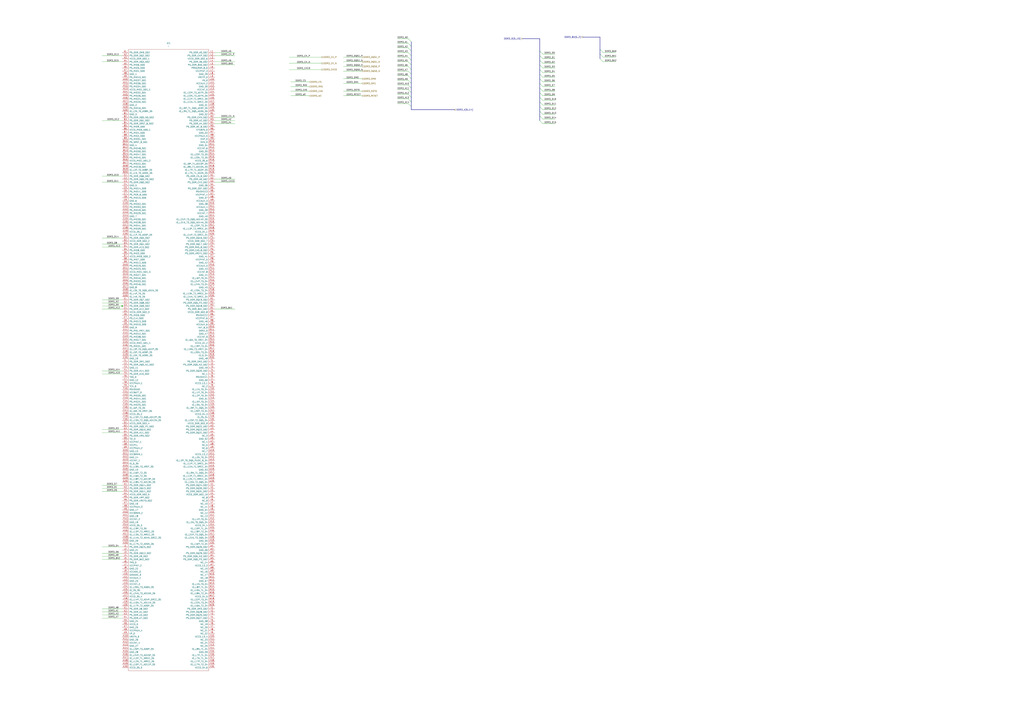
<source format=kicad_sch>
(kicad_sch (version 20211123) (generator eeschema)
  (paper "A1")
  (lib_symbols
    (symbol "XC7Z010-1CLG400C:XC7Z010-1CLG400C" (pin_names (offset 0.762))
      (property "Reference" "IC" (at 72.39 7.62 0))
      (property "Value" "XC7Z010-1CLG400C" (at 72.39 5.08 0))
      (symbol "XC7Z010-1CLG400C_0_0"
        (pin passive line (at 0 0 0) (length 5.08) (name "PS_DDR_DM0_502") (number "A1"))
        (pin passive line (at 0 -22.86 0) (length 5.08) (name "PS_MIO37_501") (number "A10"))
        (pin passive line (at 0 -25.4 0) (length 5.08) (name "PS_MIO36_501") (number "A11"))
        (pin passive line (at 0 -27.94 0) (length 5.08) (name "PS_MIO34_501") (number "A12"))
        (pin passive line (at 0 -30.48 0) (length 5.08) (name "VCCO_MIO1_501_1") (number "A13"))
        (pin passive line (at 0 -33.02 0) (length 5.08) (name "PS_MIO32_501") (number "A14"))
        (pin passive line (at 0 -35.56 0) (length 5.08) (name "PS_MIO26_501") (number "A15"))
        (pin passive line (at 0 -38.1 0) (length 5.08) (name "PS_MIO24_501") (number "A16"))
        (pin passive line (at 0 -40.64 0) (length 5.08) (name "PS_MIO20_501") (number "A17"))
        (pin passive line (at 0 -43.18 0) (length 5.08) (name "GND_2") (number "A18"))
        (pin passive line (at 0 -45.72 0) (length 5.08) (name "PS_MIO16_501") (number "A19"))
        (pin passive line (at 0 -2.54 0) (length 5.08) (name "PS_DDR_DQ2_502") (number "A2"))
        (pin passive line (at 0 -48.26 0) (length 5.08) (name "IO_L2N_T0_AD8N_35") (number "A20"))
        (pin passive line (at 0 -5.08 0) (length 5.08) (name "VCCO_DDR_502_1") (number "A3"))
        (pin passive line (at 0 -7.62 0) (length 5.08) (name "PS_DDR_DQ3_502") (number "A4"))
        (pin passive line (at 0 -10.16 0) (length 5.08) (name "PS_MIO6_500") (number "A5"))
        (pin passive line (at 0 -12.7 0) (length 5.08) (name "PS_MIO5_500") (number "A6"))
        (pin passive line (at 0 -15.24 0) (length 5.08) (name "PS_MIO1_500") (number "A7"))
        (pin passive line (at 0 -17.78 0) (length 5.08) (name "GND_1") (number "A8"))
        (pin passive line (at 0 -20.32 0) (length 5.08) (name "PS_MIO43_501") (number "A9"))
        (pin passive line (at 0 -50.8 0) (length 5.08) (name "GND_3") (number "B1"))
        (pin passive line (at 0 -73.66 0) (length 5.08) (name "PS_SRST_B_501") (number "B10"))
        (pin passive line (at 0 -76.2 0) (length 5.08) (name "GND_4") (number "B11"))
        (pin passive line (at 0 -78.74 0) (length 5.08) (name "PS_MIO48_501") (number "B12"))
        (pin passive line (at 0 -81.28 0) (length 5.08) (name "PS_MIO50_501") (number "B13"))
        (pin passive line (at 0 -83.82 0) (length 5.08) (name "PS_MIO47_501") (number "B14"))
        (pin passive line (at 0 -86.36 0) (length 5.08) (name "PS_MIO45_501") (number "B15"))
        (pin passive line (at 0 -88.9 0) (length 5.08) (name "VCCO_MIO1_501_2") (number "B16"))
        (pin passive line (at 0 -91.44 0) (length 5.08) (name "PS_MIO22_501") (number "B17"))
        (pin passive line (at 0 -93.98 0) (length 5.08) (name "PS_MIO18_501") (number "B18"))
        (pin passive line (at 0 -96.52 0) (length 5.08) (name "IO_L2P_T0_AD8P_35") (number "B19"))
        (pin passive line (at 0 -53.34 0) (length 5.08) (name "PS_DDR_DQS_N0_502") (number "B2"))
        (pin passive line (at 0 -99.06 0) (length 5.08) (name "IO_L1N_T0_AD0N_35") (number "B20"))
        (pin passive line (at 0 -55.88 0) (length 5.08) (name "PS_DDR_DQ1_502") (number "B3"))
        (pin passive line (at 0 -58.42 0) (length 5.08) (name "PS_DDR_DRST_B_502") (number "B4"))
        (pin passive line (at 0 -60.96 0) (length 5.08) (name "PS_MIO9_500") (number "B5"))
        (pin passive line (at 0 -63.5 0) (length 5.08) (name "VCCO_MIO0_500_1") (number "B6"))
        (pin passive line (at 0 -66.04 0) (length 5.08) (name "PS_MIO4_500") (number "B7"))
        (pin passive line (at 0 -68.58 0) (length 5.08) (name "PS_MIO2_500") (number "B8"))
        (pin passive line (at 0 -71.12 0) (length 5.08) (name "PS_MIO51_501") (number "B9"))
        (pin passive line (at 0 -101.6 0) (length 5.08) (name "PS_DDR_DQ6_502") (number "C1"))
        (pin passive line (at 0 -124.46 0) (length 5.08) (name "PS_MIO52_501") (number "C10"))
        (pin passive line (at 0 -127 0) (length 5.08) (name "PS_MIO53_501") (number "C11"))
        (pin passive line (at 0 -129.54 0) (length 5.08) (name "PS_MIO49_501") (number "C12"))
        (pin passive line (at 0 -132.08 0) (length 5.08) (name "PS_MIO29_501") (number "C13"))
        (pin passive line (at 0 -134.62 0) (length 5.08) (name "GND_7") (number "C14"))
        (pin passive line (at 0 -137.16 0) (length 5.08) (name "PS_MIO30_501") (number "C15"))
        (pin passive line (at 0 -139.7 0) (length 5.08) (name "PS_MIO28_501") (number "C16"))
        (pin passive line (at 0 -142.24 0) (length 5.08) (name "PS_MIO41_501") (number "C17"))
        (pin passive line (at 0 -144.78 0) (length 5.08) (name "PS_MIO39_501") (number "C18"))
        (pin passive line (at 0 -147.32 0) (length 5.08) (name "VCCO_35_1") (number "C19"))
        (pin passive line (at 0 -104.14 0) (length 5.08) (name "PS_DDR_DQS_P0_502") (number "C2"))
        (pin passive line (at 0 -149.86 0) (length 5.08) (name "IO_L1P_T0_AD0P_35") (number "C20"))
        (pin passive line (at 0 -106.68 0) (length 5.08) (name "PS_DDR_DQ0_502") (number "C3"))
        (pin passive line (at 0 -109.22 0) (length 5.08) (name "GND_5") (number "C4"))
        (pin passive line (at 0 -111.76 0) (length 5.08) (name "PS_MIO14_500") (number "C5"))
        (pin passive line (at 0 -114.3 0) (length 5.08) (name "PS_MIO11_500") (number "C6"))
        (pin passive line (at 0 -116.84 0) (length 5.08) (name "PS_POR_B_500") (number "C7"))
        (pin passive line (at 0 -119.38 0) (length 5.08) (name "PS_MIO15_500") (number "C8"))
        (pin passive line (at 0 -121.92 0) (length 5.08) (name "GND_6") (number "C9"))
        (pin passive line (at 0 -152.4 0) (length 5.08) (name "PS_DDR_DQ5_502") (number "D1"))
        (pin passive line (at 0 -175.26 0) (length 5.08) (name "PS_MIO19_501") (number "D10"))
        (pin passive line (at 0 -177.8 0) (length 5.08) (name "PS_MIO23_501") (number "D11"))
        (pin passive line (at 0 -180.34 0) (length 5.08) (name "VCCO_MIO1_501_3") (number "D12"))
        (pin passive line (at 0 -182.88 0) (length 5.08) (name "PS_MIO27_501") (number "D13"))
        (pin passive line (at 0 -185.42 0) (length 5.08) (name "PS_MIO40_501") (number "D14"))
        (pin passive line (at 0 -187.96 0) (length 5.08) (name "PS_MIO33_501") (number "D15"))
        (pin passive line (at 0 -190.5 0) (length 5.08) (name "PS_MIO46_501") (number "D16"))
        (pin passive line (at 0 -193.04 0) (length 5.08) (name "GND_8") (number "D17"))
        (pin passive line (at 0 -195.58 0) (length 5.08) (name "IO_L3N_T0_DQS_AD1N_35") (number "D18"))
        (pin passive line (at 0 -198.12 0) (length 5.08) (name "IO_L4P_T0_35") (number "D19"))
        (pin passive line (at 0 -154.94 0) (length 5.08) (name "VCCO_DDR_502_2") (number "D2"))
        (pin passive line (at 0 -200.66 0) (length 5.08) (name "IO_L4N_T0_35") (number "D20"))
        (pin passive line (at 0 -157.48 0) (length 5.08) (name "PS_DDR_DQ4_502") (number "D3"))
        (pin passive line (at 0 -160.02 0) (length 5.08) (name "PS_DDR_A13_502") (number "D4"))
        (pin passive line (at 0 -162.56 0) (length 5.08) (name "PS_MIO8_500") (number "D5"))
        (pin passive line (at 0 -165.1 0) (length 5.08) (name "PS_MIO3_500") (number "D6"))
        (pin passive line (at 0 -167.64 0) (length 5.08) (name "VCCO_MIO0_500_2") (number "D7"))
        (pin passive line (at 0 -170.18 0) (length 5.08) (name "PS_MIO7_500") (number "D8"))
        (pin passive line (at 0 -172.72 0) (length 5.08) (name "PS_MIO12_500") (number "D9"))
        (pin passive line (at 0 -203.2 0) (length 5.08) (name "PS_DDR_DQ7_502") (number "E1"))
        (pin passive line (at 0 -226.06 0) (length 5.08) (name "GND_9") (number "E10"))
        (pin passive line (at 0 -228.6 0) (length 5.08) (name "PS_MIO_VREF_501") (number "E11"))
        (pin passive line (at 0 -231.14 0) (length 5.08) (name "PS_MIO42_501") (number "E12"))
        (pin passive line (at 0 -233.68 0) (length 5.08) (name "PS_MIO38_501") (number "E13"))
        (pin passive line (at 0 -236.22 0) (length 5.08) (name "PS_MIO17_501") (number "E14"))
        (pin passive line (at 0 -238.76 0) (length 5.08) (name "VCCO_MIO1_501_4") (number "E15"))
        (pin passive line (at 0 -241.3 0) (length 5.08) (name "PS_MIO31_501") (number "E16"))
        (pin passive line (at 0 -243.84 0) (length 5.08) (name "IO_L3P_T0_DQS_AD1P_35") (number "E17"))
        (pin passive line (at 0 -246.38 0) (length 5.08) (name "IO_L5P_T0_AD9P_35") (number "E18"))
        (pin passive line (at 0 -248.92 0) (length 5.08) (name "IO_L5N_T0_AD9N_35") (number "E19"))
        (pin passive line (at 0 -205.74 0) (length 5.08) (name "PS_DDR_DQ8_502") (number "E2"))
        (pin passive line (at 0 -251.46 0) (length 5.08) (name "GND_10") (number "E20"))
        (pin passive line (at 0 -208.28 0) (length 5.08) (name "PS_DDR_DQ9_502") (number "E3"))
        (pin passive line (at 0 -210.82 0) (length 5.08) (name "PS_DDR_A12_502") (number "E4"))
        (pin passive line (at 0 -213.36 0) (length 5.08) (name "VCCO_DDR_502_3") (number "E5"))
        (pin passive line (at 0 -215.9 0) (length 5.08) (name "PS_MIO0_500") (number "E6"))
        (pin passive line (at 0 -218.44 0) (length 5.08) (name "PS_CLK_500") (number "E7"))
        (pin passive line (at 0 -220.98 0) (length 5.08) (name "PS_MIO13_500") (number "E8"))
        (pin passive line (at 0 -223.52 0) (length 5.08) (name "PS_MIO10_500") (number "E9"))
        (pin passive line (at 0 -254 0) (length 5.08) (name "PS_DDR_DM1_502") (number "F1"))
        (pin passive line (at 0 -276.86 0) (length 5.08) (name "RSVDGND") (number "F10"))
        (pin passive line (at 0 -279.4 0) (length 5.08) (name "VCCBATT_0") (number "F11"))
        (pin passive line (at 0 -281.94 0) (length 5.08) (name "PS_MIO35_501") (number "F12"))
        (pin passive line (at 0 -284.48 0) (length 5.08) (name "PS_MIO44_501") (number "F13"))
        (pin passive line (at 0 -287.02 0) (length 5.08) (name "PS_MIO21_501") (number "F14"))
        (pin passive line (at 0 -289.56 0) (length 5.08) (name "PS_MIO25_501") (number "F15"))
        (pin passive line (at 0 -292.1 0) (length 5.08) (name "IO_L6P_T0_35") (number "F16"))
        (pin passive line (at 0 -294.64 0) (length 5.08) (name "IO_L6N_T0_VREF_35") (number "F17"))
        (pin passive line (at 0 -297.18 0) (length 5.08) (name "VCCO_35_2") (number "F18"))
        (pin passive line (at 0 -299.72 0) (length 5.08) (name "IO_L15P_T2_DQS_AD12P_35") (number "F19"))
        (pin passive line (at 0 -256.54 0) (length 5.08) (name "PS_DDR_DQS_N1_502") (number "F2"))
        (pin passive line (at 0 -302.26 0) (length 5.08) (name "IO_L15N_T2_DQS_AD12N_35") (number "F20"))
        (pin passive line (at 0 -259.08 0) (length 5.08) (name "GND_11") (number "F3"))
        (pin passive line (at 0 -261.62 0) (length 5.08) (name "PS_DDR_A14_502") (number "F4"))
        (pin passive line (at 0 -264.16 0) (length 5.08) (name "PS_DDR_A10_502") (number "F5"))
        (pin passive line (at 0 -266.7 0) (length 5.08) (name "TDO_0") (number "F6"))
        (pin passive line (at 0 -269.24 0) (length 5.08) (name "GND_12") (number "F7"))
        (pin passive line (at 0 -271.78 0) (length 5.08) (name "VCCPAUX_1") (number "F8"))
        (pin passive line (at 0 -274.32 0) (length 5.08) (name "TCK_0") (number "F9"))
        (pin passive line (at 0 -304.8 0) (length 5.08) (name "VCCO_DDR_502_4") (number "G1"))
        (pin passive line (at 0 -327.66 0) (length 5.08) (name "GND_13") (number "G10"))
        (pin passive line (at 0 -330.2 0) (length 5.08) (name "VCCBRAM_1") (number "G11"))
        (pin passive line (at 0 -332.74 0) (length 5.08) (name "GND_14") (number "G12"))
        (pin passive line (at 0 -335.28 0) (length 5.08) (name "VCCINT_1") (number "G13"))
        (pin passive line (at 0 -337.82 0) (length 5.08) (name "IO_0_35") (number "G14"))
        (pin passive line (at 0 -340.36 0) (length 5.08) (name "IO_L19N_T3_VREF_35") (number "G15"))
        (pin passive line (at 0 -342.9 0) (length 5.08) (name "GND_15") (number "G16"))
        (pin passive line (at 0 -345.44 0) (length 5.08) (name "IO_L16P_T2_35") (number "G17"))
        (pin passive line (at 0 -347.98 0) (length 5.08) (name "IO_L16N_T2_35") (number "G18"))
        (pin passive line (at 0 -350.52 0) (length 5.08) (name "IO_L18P_T2_AD13P_35") (number "G19"))
        (pin passive line (at 0 -307.34 0) (length 5.08) (name "PS_DDR_DQS_P1_502") (number "G2"))
        (pin passive line (at 0 -353.06 0) (length 5.08) (name "IO_L18N_T2_AD13N_35") (number "G20"))
        (pin passive line (at 0 -309.88 0) (length 5.08) (name "PS_DDR_DQ10_502") (number "G3"))
        (pin passive line (at 0 -312.42 0) (length 5.08) (name "PS_DDR_A11_502") (number "G4"))
        (pin passive line (at 0 -314.96 0) (length 5.08) (name "PS_DDR_VRN_502") (number "G5"))
        (pin passive line (at 0 -317.5 0) (length 5.08) (name "TDI_0") (number "G6"))
        (pin passive line (at 0 -320.04 0) (length 5.08) (name "VCCPINT_1") (number "G7"))
        (pin passive line (at 0 -322.58 0) (length 5.08) (name "VCCPLL") (number "G8"))
        (pin passive line (at 0 -325.12 0) (length 5.08) (name "VCCPAUX_2") (number "G9"))
        (pin passive line (at 0 -355.6 0) (length 5.08) (name "PS_DDR_DQ14_502") (number "H1"))
        (pin passive line (at 0 -378.46 0) (length 5.08) (name "VCCBRAM_2") (number "H10"))
        (pin passive line (at 0 -381 0) (length 5.08) (name "GND_18") (number "H11"))
        (pin passive line (at 0 -383.54 0) (length 5.08) (name "VCCINT_2") (number "H12"))
        (pin passive line (at 0 -386.08 0) (length 5.08) (name "GND_19") (number "H13"))
        (pin passive line (at 0 -388.62 0) (length 5.08) (name "VCCO_35_3") (number "H14"))
        (pin passive line (at 0 -391.16 0) (length 5.08) (name "IO_L19P_T3_35") (number "H15"))
        (pin passive line (at 0 -393.7 0) (length 5.08) (name "IO_L13P_T2_MRCC_35") (number "H16"))
        (pin passive line (at 0 -396.24 0) (length 5.08) (name "IO_L13N_T2_MRCC_35") (number "H17"))
        (pin passive line (at 0 -398.78 0) (length 5.08) (name "IO_L14N_T2_AD4N_SRCC_35") (number "H18"))
        (pin passive line (at 0 -401.32 0) (length 5.08) (name "GND_20") (number "H19"))
        (pin passive line (at 0 -358.14 0) (length 5.08) (name "PS_DDR_DQ13_502") (number "H2"))
        (pin passive line (at 0 -403.86 0) (length 5.08) (name "IO_L17N_T2_AD5N_35") (number "H20"))
        (pin passive line (at 0 -360.68 0) (length 5.08) (name "PS_DDR_DQ11_502") (number "H3"))
        (pin passive line (at 0 -363.22 0) (length 5.08) (name "VCCO_DDR_502_5") (number "H4"))
        (pin passive line (at 0 -365.76 0) (length 5.08) (name "PS_DDR_VRP_502") (number "H5"))
        (pin passive line (at 0 -368.3 0) (length 5.08) (name "PS_DDR_VREF0_502") (number "H6"))
        (pin passive line (at 0 -370.84 0) (length 5.08) (name "GND_16") (number "H7"))
        (pin passive line (at 0 -373.38 0) (length 5.08) (name "VCCPAUX_3") (number "H8"))
        (pin passive line (at 0 -375.92 0) (length 5.08) (name "GND_17") (number "H9"))
        (pin passive line (at 0 -406.4 0) (length 5.08) (name "PS_DDR_DQ15_502") (number "J1"))
        (pin passive line (at 0 -429.26 0) (length 5.08) (name "GNDADC_0") (number "J10"))
        (pin passive line (at 0 -431.8 0) (length 5.08) (name "VCCAUX_1") (number "J11"))
        (pin passive line (at 0 -434.34 0) (length 5.08) (name "GND_23") (number "J12"))
        (pin passive line (at 0 -436.88 0) (length 5.08) (name "VCCINT_3") (number "J13"))
        (pin passive line (at 0 -439.42 0) (length 5.08) (name "IO_L20N_T3_AD6N_35") (number "J14"))
        (pin passive line (at 0 -441.96 0) (length 5.08) (name "IO_25_35") (number "J15"))
        (pin passive line (at 0 -444.5 0) (length 5.08) (name "IO_L24N_T3_AD15N_35") (number "J16"))
        (pin passive line (at 0 -447.04 0) (length 5.08) (name "VCCO_35_4") (number "J17"))
        (pin passive line (at 0 -449.58 0) (length 5.08) (name "IO_L14P_T2_AD4P_SRCC_35") (number "J18"))
        (pin passive line (at 0 -452.12 0) (length 5.08) (name "IO_L10N_T1_AD11N_35") (number "J19"))
        (pin passive line (at 0 -408.94 0) (length 5.08) (name "GND_21") (number "J2"))
        (pin passive line (at 0 -454.66 0) (length 5.08) (name "IO_L17P_T2_AD5P_35") (number "J20"))
        (pin passive line (at 0 -411.48 0) (length 5.08) (name "PS_DDR_DQ12_502") (number "J3"))
        (pin passive line (at 0 -414.02 0) (length 5.08) (name "PS_DDR_A9_502") (number "J4"))
        (pin passive line (at 0 -416.56 0) (length 5.08) (name "PS_DDR_BA2_502") (number "J5"))
        (pin passive line (at 0 -419.1 0) (length 5.08) (name "TMS_0") (number "J6"))
        (pin passive line (at 0 -421.64 0) (length 5.08) (name "VCCPINT_2") (number "J7"))
        (pin passive line (at 0 -424.18 0) (length 5.08) (name "GND_22") (number "J8"))
        (pin passive line (at 0 -426.72 0) (length 5.08) (name "VCCADC_0") (number "J9"))
        (pin passive line (at 0 -457.2 0) (length 5.08) (name "PS_DDR_A8_502") (number "K1"))
        (pin passive line (at 0 -480.06 0) (length 5.08) (name "VREFN_0") (number "K10"))
        (pin passive line (at 0 -482.6 0) (length 5.08) (name "GND_26") (number "K11"))
        (pin passive line (at 0 -485.14 0) (length 5.08) (name "VCCINT_4") (number "K12"))
        (pin passive line (at 0 -487.68 0) (length 5.08) (name "GND_27") (number "K13"))
        (pin passive line (at 0 -490.22 0) (length 5.08) (name "IO_L20P_T3_AD6P_35") (number "K14"))
        (pin passive line (at 0 -492.76 0) (length 5.08) (name "GND_28") (number "K15"))
        (pin passive line (at 0 -495.3 0) (length 5.08) (name "IO_L24P_T3_AD15P_35") (number "K16"))
        (pin passive line (at 0 -497.84 0) (length 5.08) (name "IO_L12P_T1_MRCC_35") (number "K17"))
        (pin passive line (at 0 -500.38 0) (length 5.08) (name "IO_L12N_T1_MRCC_35") (number "K18"))
        (pin passive line (at 0 -502.92 0) (length 5.08) (name "IO_L10P_T1_AD11P_35") (number "K19"))
        (pin passive line (at 0 -459.74 0) (length 5.08) (name "PS_DDR_A1_502") (number "K2"))
        (pin passive line (at 0 -505.46 0) (length 5.08) (name "VCCO_35_5") (number "K20"))
        (pin passive line (at 0 -462.28 0) (length 5.08) (name "PS_DDR_A3_502") (number "K3"))
        (pin passive line (at 0 -464.82 0) (length 5.08) (name "PS_DDR_A7_502") (number "K4"))
        (pin passive line (at 0 -467.36 0) (length 5.08) (name "GND_24") (number "K5"))
        (pin passive line (at 0 -469.9 0) (length 5.08) (name "VCCO_0") (number "K6"))
        (pin passive line (at 0 -472.44 0) (length 5.08) (name "GND_25") (number "K7"))
        (pin passive line (at 0 -474.98 0) (length 5.08) (name "VCCPAUX_4") (number "K8"))
        (pin passive line (at 0 -477.52 0) (length 5.08) (name "VP_0") (number "K9"))
        (pin passive line (at 76.2 0 180) (length 5.08) (name "PS_DDR_A5_502") (number "L1"))
        (pin passive line (at 76.2 -22.86 180) (length 5.08) (name "VN_0") (number "L10"))
        (pin passive line (at 76.2 -25.4 180) (length 5.08) (name "VCCAUX_2") (number "L11"))
        (pin passive line (at 76.2 -27.94 180) (length 5.08) (name "GND_30") (number "L12"))
        (pin passive line (at 76.2 -30.48 180) (length 5.08) (name "VCCINT_5") (number "L13"))
        (pin passive line (at 76.2 -33.02 180) (length 5.08) (name "IO_L22P_T3_AD7P_35") (number "L14"))
        (pin passive line (at 76.2 -35.56 180) (length 5.08) (name "IO_L22N_T3_AD7N_35") (number "L15"))
        (pin passive line (at 76.2 -38.1 180) (length 5.08) (name "IO_L11P_T1_SRCC_35") (number "L16"))
        (pin passive line (at 76.2 -40.64 180) (length 5.08) (name "IO_L11N_T1_SRCC_35") (number "L17"))
        (pin passive line (at 76.2 -43.18 180) (length 5.08) (name "GND_31") (number "L18"))
        (pin passive line (at 76.2 -45.72 180) (length 5.08) (name "IO_L9P_T1_DQS_AD3P_35") (number "L19"))
        (pin passive line (at 76.2 -2.54 180) (length 5.08) (name "PS_DDR_CKP_502") (number "L2"))
        (pin passive line (at 76.2 -48.26 180) (length 5.08) (name "IO_L9N_T1_DQS_AD3N_35") (number "L20"))
        (pin passive line (at 76.2 -5.08 180) (length 5.08) (name "VCCO_DDR_502_6") (number "L3"))
        (pin passive line (at 76.2 -7.62 180) (length 5.08) (name "PS_DDR_A6_502") (number "L4"))
        (pin passive line (at 76.2 -10.16 180) (length 5.08) (name "PS_DDR_BA0_502") (number "L5"))
        (pin passive line (at 76.2 -12.7 180) (length 5.08) (name "PROGRAM_B_0") (number "L6"))
        (pin passive line (at 76.2 -15.24 180) (length 5.08) (name "VCCPINT_3") (number "L7"))
        (pin passive line (at 76.2 -17.78 180) (length 5.08) (name "GND_29") (number "L8"))
        (pin passive line (at 76.2 -20.32 180) (length 5.08) (name "VREFP_0") (number "L9"))
        (pin passive line (at 76.2 -50.8 180) (length 5.08) (name "GND_32") (number "M1"))
        (pin passive line (at 76.2 -73.66 180) (length 5.08) (name "DXN_0") (number "M10"))
        (pin passive line (at 76.2 -76.2 180) (length 5.08) (name "GND_34") (number "M11"))
        (pin passive line (at 76.2 -78.74 180) (length 5.08) (name "VCCINT_6") (number "M12"))
        (pin passive line (at 76.2 -81.28 180) (length 5.08) (name "GND_35") (number "M13"))
        (pin passive line (at 76.2 -83.82 180) (length 5.08) (name "IO_L23P_T3_35") (number "M14"))
        (pin passive line (at 76.2 -86.36 180) (length 5.08) (name "IO_L23N_T3_35") (number "M15"))
        (pin passive line (at 76.2 -88.9 180) (length 5.08) (name "VCCO_35_6") (number "M16"))
        (pin passive line (at 76.2 -91.44 180) (length 5.08) (name "IO_L8P_T1_AD10P_35") (number "M17"))
        (pin passive line (at 76.2 -93.98 180) (length 5.08) (name "IO_L8N_T1_AD10N_35") (number "M18"))
        (pin passive line (at 76.2 -96.52 180) (length 5.08) (name "IO_L7P_T1_AD2P_35") (number "M19"))
        (pin passive line (at 76.2 -53.34 180) (length 5.08) (name "PS_DDR_CKN_502") (number "M2"))
        (pin passive line (at 76.2 -99.06 180) (length 5.08) (name "IO_L7N_T1_AD2N_35") (number "M20"))
        (pin passive line (at 76.2 -55.88 180) (length 5.08) (name "PS_DDR_A2_502") (number "M3"))
        (pin passive line (at 76.2 -58.42 180) (length 5.08) (name "PS_DDR_A4_502") (number "M4"))
        (pin passive line (at 76.2 -60.96 180) (length 5.08) (name "PS_DDR_WE_B_502") (number "M5"))
        (pin passive line (at 76.2 -63.5 180) (length 5.08) (name "CFGBVS_0") (number "M6"))
        (pin passive line (at 76.2 -66.04 180) (length 5.08) (name "GND_33") (number "M7"))
        (pin passive line (at 76.2 -68.58 180) (length 5.08) (name "VCCPAUX_5") (number "M8"))
        (pin passive line (at 76.2 -71.12 180) (length 5.08) (name "DXP_0") (number "M9"))
        (pin passive line (at 76.2 -101.6 180) (length 5.08) (name "PS_DDR_CS_B_502") (number "N1"))
        (pin passive line (at 76.2 -124.46 180) (length 5.08) (name "GND_38") (number "N10"))
        (pin passive line (at 76.2 -127 180) (length 5.08) (name "VCCAUX_4") (number "N11"))
        (pin passive line (at 76.2 -129.54 180) (length 5.08) (name "GND_39") (number "N12"))
        (pin passive line (at 76.2 -132.08 180) (length 5.08) (name "VCCINT_7") (number "N13"))
        (pin passive line (at 76.2 -134.62 180) (length 5.08) (name "GND_40") (number "N14"))
        (pin passive line (at 76.2 -137.16 180) (length 5.08) (name "IO_L21P_T3_DQS_AD14P_35") (number "N15"))
        (pin passive line (at 76.2 -139.7 180) (length 5.08) (name "IO_L21N_T3_DQS_AD14N_35") (number "N16"))
        (pin passive line (at 76.2 -142.24 180) (length 5.08) (name "IO_L23P_T3_34") (number "N17"))
        (pin passive line (at 76.2 -144.78 180) (length 5.08) (name "IO_L13P_T2_MRCC_34") (number "N18"))
        (pin passive line (at 76.2 -147.32 180) (length 5.08) (name "VCCO_34_1") (number "N19"))
        (pin passive line (at 76.2 -104.14 180) (length 5.08) (name "PS_DDR_A0_502") (number "N2"))
        (pin passive line (at 76.2 -149.86 180) (length 5.08) (name "IO_L14P_T2_SRCC_34") (number "N20"))
        (pin passive line (at 76.2 -106.68 180) (length 5.08) (name "PS_DDR_CKE_502") (number "N3"))
        (pin passive line (at 76.2 -109.22 180) (length 5.08) (name "GND_36") (number "N4"))
        (pin passive line (at 76.2 -111.76 180) (length 5.08) (name "PS_DDR_ODT_502") (number "N5"))
        (pin passive line (at 76.2 -114.3 180) (length 5.08) (name "RSVDVCC3") (number "N6"))
        (pin passive line (at 76.2 -116.84 180) (length 5.08) (name "VCCPINT_4") (number "N7"))
        (pin passive line (at 76.2 -119.38 180) (length 5.08) (name "GND_37") (number "N8"))
        (pin passive line (at 76.2 -121.92 180) (length 5.08) (name "VCCAUX_3") (number "N9"))
        (pin passive line (at 76.2 -152.4 180) (length 5.08) (name "PS_DDR_DQ16_502") (number "P1"))
        (pin passive line (at 76.2 -175.26 180) (length 5.08) (name "VCCAUX_5") (number "P10"))
        (pin passive line (at 76.2 -177.8 180) (length 5.08) (name "GND_43") (number "P11"))
        (pin passive line (at 76.2 -180.34 180) (length 5.08) (name "VCCINT_8") (number "P12"))
        (pin passive line (at 76.2 -182.88 180) (length 5.08) (name "GND_44") (number "P13"))
        (pin passive line (at 76.2 -185.42 180) (length 5.08) (name "IO_L6P_T0_34") (number "P14"))
        (pin passive line (at 76.2 -187.96 180) (length 5.08) (name "IO_L24P_T3_34") (number "P15"))
        (pin passive line (at 76.2 -190.5 180) (length 5.08) (name "IO_L24N_T3_34") (number "P16"))
        (pin passive line (at 76.2 -193.04 180) (length 5.08) (name "GND_45") (number "P17"))
        (pin passive line (at 76.2 -195.58 180) (length 5.08) (name "IO_L23N_T3_34") (number "P18"))
        (pin passive line (at 76.2 -198.12 180) (length 5.08) (name "IO_L13N_T2_MRCC_34") (number "P19"))
        (pin passive line (at 76.2 -154.94 180) (length 5.08) (name "VCCO_DDR_502_7") (number "P2"))
        (pin passive line (at 76.2 -200.66 180) (length 5.08) (name "IO_L14N_T2_SRCC_34") (number "P20"))
        (pin passive line (at 76.2 -157.48 180) (length 5.08) (name "PS_DDR_DQ17_502") (number "P3"))
        (pin passive line (at 76.2 -160.02 180) (length 5.08) (name "PS_DDR_RAS_B_502") (number "P4"))
        (pin passive line (at 76.2 -162.56 180) (length 5.08) (name "PS_DDR_CAS_B_502") (number "P5"))
        (pin passive line (at 76.2 -165.1 180) (length 5.08) (name "PS_DDR_VREF1_502") (number "P6"))
        (pin passive line (at 76.2 -167.64 180) (length 5.08) (name "GND_41") (number "P7"))
        (pin passive line (at 76.2 -170.18 180) (length 5.08) (name "VCCPINT_5") (number "P8"))
        (pin passive line (at 76.2 -172.72 180) (length 5.08) (name "GND_42") (number "P9"))
        (pin passive line (at 76.2 -203.2 180) (length 5.08) (name "PS_DDR_DQ19_502") (number "R1"))
        (pin passive line (at 76.2 -226.06 180) (length 5.08) (name "INIT_B_0") (number "R10"))
        (pin passive line (at 76.2 -228.6 180) (length 5.08) (name "DONE_0") (number "R11"))
        (pin passive line (at 76.2 -231.14 180) (length 5.08) (name "GND_47") (number "R12"))
        (pin passive line (at 76.2 -233.68 180) (length 5.08) (name "VCCINT_9") (number "R13"))
        (pin passive line (at 76.2 -236.22 180) (length 5.08) (name "IO_L6N_T0_VREF_34") (number "R14"))
        (pin passive line (at 76.2 -238.76 180) (length 5.08) (name "VCCO_34_2") (number "R15"))
        (pin passive line (at 76.2 -241.3 180) (length 5.08) (name "IO_L19P_T3_34") (number "R16"))
        (pin passive line (at 76.2 -243.84 180) (length 5.08) (name "IO_L19N_T3_VREF_34") (number "R17"))
        (pin passive line (at 76.2 -246.38 180) (length 5.08) (name "IO_L20N_T3_34") (number "R18"))
        (pin passive line (at 76.2 -248.92 180) (length 5.08) (name "IO_0_34") (number "R19"))
        (pin passive line (at 76.2 -205.74 180) (length 5.08) (name "PS_DDR_DQS_P2_502") (number "R2"))
        (pin passive line (at 76.2 -251.46 180) (length 5.08) (name "GND_48") (number "R20"))
        (pin passive line (at 76.2 -208.28 180) (length 5.08) (name "PS_DDR_DQ18_502") (number "R3"))
        (pin passive line (at 76.2 -210.82 180) (length 5.08) (name "PS_DDR_BA1_502") (number "R4"))
        (pin passive line (at 76.2 -213.36 180) (length 5.08) (name "VCCO_DDR_502_8") (number "R5"))
        (pin passive line (at 76.2 -215.9 180) (length 5.08) (name "RSVDVCC2") (number "R6"))
        (pin passive line (at 76.2 -218.44 180) (length 5.08) (name "VCCPINT_6") (number "R7"))
        (pin passive line (at 76.2 -220.98 180) (length 5.08) (name "GND_46") (number "R8"))
        (pin passive line (at 76.2 -223.52 180) (length 5.08) (name "VCCAUX_6") (number "R9"))
        (pin passive line (at 76.2 -254 180) (length 5.08) (name "PS_DDR_DM2_502") (number "T1"))
        (pin passive line (at 76.2 -276.86 180) (length 5.08) (name "IO_L1N_T0_34") (number "T10"))
        (pin passive line (at 76.2 -279.4 180) (length 5.08) (name "IO_L1P_T0_34") (number "T11"))
        (pin passive line (at 76.2 -281.94 180) (length 5.08) (name "IO_L2P_T0_34") (number "T12"))
        (pin passive line (at 76.2 -284.48 180) (length 5.08) (name "GND_51") (number "T13"))
        (pin passive line (at 76.2 -287.02 180) (length 5.08) (name "IO_L5P_T0_34") (number "T14"))
        (pin passive line (at 76.2 -289.56 180) (length 5.08) (name "IO_L5N_T0_34") (number "T15"))
        (pin passive line (at 76.2 -292.1 180) (length 5.08) (name "IO_L9P_T1_DQS_34") (number "T16"))
        (pin passive line (at 76.2 -294.64 180) (length 5.08) (name "IO_L20P_T3_34") (number "T17"))
        (pin passive line (at 76.2 -297.18 180) (length 5.08) (name "VCCO_34_3") (number "T18"))
        (pin passive line (at 76.2 -299.72 180) (length 5.08) (name "IO_25_34") (number "T19"))
        (pin passive line (at 76.2 -256.54 180) (length 5.08) (name "PS_DDR_DQS_N2_502") (number "T2"))
        (pin passive line (at 76.2 -302.26 180) (length 5.08) (name "IO_L15P_T2_DQS_34") (number "T20"))
        (pin passive line (at 76.2 -259.08 180) (length 5.08) (name "GND_49") (number "T3"))
        (pin passive line (at 76.2 -261.62 180) (length 5.08) (name "PS_DDR_DQ20_502") (number "T4"))
        (pin passive line (at 76.2 -264.16 180) (length 5.08) (name "NC_1") (number "T5"))
        (pin passive line (at 76.2 -266.7 180) (length 5.08) (name "RSVDVCC1") (number "T6"))
        (pin passive line (at 76.2 -269.24 180) (length 5.08) (name "GND_50") (number "T7"))
        (pin passive line (at 76.2 -271.78 180) (length 5.08) (name "VCCO_13_1") (number "T8"))
        (pin passive line (at 76.2 -274.32 180) (length 5.08) (name "NC_2") (number "T9"))
        (pin passive line (at 76.2 -304.8 180) (length 5.08) (name "VCCO_DDR_502_9") (number "U1"))
        (pin passive line (at 76.2 -327.66 180) (length 5.08) (name "NC_7") (number "U10"))
        (pin passive line (at 76.2 -330.2 180) (length 5.08) (name "VCCO_13_2") (number "U11"))
        (pin passive line (at 76.2 -332.74 180) (length 5.08) (name "IO_L2N_T0_34") (number "U12"))
        (pin passive line (at 76.2 -335.28 180) (length 5.08) (name "IO_L3P_T0_DQS_PUDC_B_34") (number "U13"))
        (pin passive line (at 76.2 -337.82 180) (length 5.08) (name "IO_L11P_T1_SRCC_34") (number "U14"))
        (pin passive line (at 76.2 -340.36 180) (length 5.08) (name "IO_L11N_T1_SRCC_34") (number "U15"))
        (pin passive line (at 76.2 -342.9 180) (length 5.08) (name "GND_53") (number "U16"))
        (pin passive line (at 76.2 -345.44 180) (length 5.08) (name "IO_L9N_T1_DQS_34") (number "U17"))
        (pin passive line (at 76.2 -347.98 180) (length 5.08) (name "IO_L12P_T1_MRCC_34") (number "U18"))
        (pin passive line (at 76.2 -350.52 180) (length 5.08) (name "IO_L12N_T1_MRCC_34") (number "U19"))
        (pin passive line (at 76.2 -307.34 180) (length 5.08) (name "PS_DDR_DQ22_502") (number "U2"))
        (pin passive line (at 76.2 -353.06 180) (length 5.08) (name "IO_L15N_T2_DQS_34") (number "U20"))
        (pin passive line (at 76.2 -309.88 180) (length 5.08) (name "PS_DDR_DQ23_502") (number "U3"))
        (pin passive line (at 76.2 -312.42 180) (length 5.08) (name "PS_DDR_DQ21_502") (number "U4"))
        (pin passive line (at 76.2 -314.96 180) (length 5.08) (name "NC_3") (number "U5"))
        (pin passive line (at 76.2 -317.5 180) (length 5.08) (name "GND_52") (number "U6"))
        (pin passive line (at 76.2 -320.04 180) (length 5.08) (name "NC_4") (number "U7"))
        (pin passive line (at 76.2 -322.58 180) (length 5.08) (name "NC_5") (number "U8"))
        (pin passive line (at 76.2 -325.12 180) (length 5.08) (name "NC_6") (number "U9"))
        (pin passive line (at 76.2 -355.6 180) (length 5.08) (name "PS_DDR_DQ24_502") (number "V1"))
        (pin passive line (at 76.2 -378.46 180) (length 5.08) (name "NC_12") (number "V10"))
        (pin passive line (at 76.2 -381 180) (length 5.08) (name "NC_13") (number "V11"))
        (pin passive line (at 76.2 -383.54 180) (length 5.08) (name "IO_L4P_T0_34") (number "V12"))
        (pin passive line (at 76.2 -386.08 180) (length 5.08) (name "IO_L3N_T0_DQS_34") (number "V13"))
        (pin passive line (at 76.2 -388.62 180) (length 5.08) (name "VCCO_34_4") (number "V14"))
        (pin passive line (at 76.2 -391.16 180) (length 5.08) (name "IO_L10P_T1_34") (number "V15"))
        (pin passive line (at 76.2 -393.7 180) (length 5.08) (name "IO_L18P_T2_34") (number "V16"))
        (pin passive line (at 76.2 -396.24 180) (length 5.08) (name "IO_L21P_T3_DQS_34") (number "V17"))
        (pin passive line (at 76.2 -398.78 180) (length 5.08) (name "IO_L21N_T3_DQS_34") (number "V18"))
        (pin passive line (at 76.2 -401.32 180) (length 5.08) (name "GND_55") (number "V19"))
        (pin passive line (at 76.2 -358.14 180) (length 5.08) (name "PS_DDR_DQ30_502") (number "V2"))
        (pin passive line (at 76.2 -403.86 180) (length 5.08) (name "IO_L16P_T2_34") (number "V20"))
        (pin passive line (at 76.2 -360.68 180) (length 5.08) (name "PS_DDR_DQ31_502") (number "V3"))
        (pin passive line (at 76.2 -363.22 180) (length 5.08) (name "VCCO_DDR_502_10") (number "V4"))
        (pin passive line (at 76.2 -365.76 180) (length 5.08) (name "NC_8") (number "V5"))
        (pin passive line (at 76.2 -368.3 180) (length 5.08) (name "NC_9") (number "V6"))
        (pin passive line (at 76.2 -370.84 180) (length 5.08) (name "NC_10") (number "V7"))
        (pin passive line (at 76.2 -373.38 180) (length 5.08) (name "NC_11") (number "V8"))
        (pin passive line (at 76.2 -375.92 180) (length 5.08) (name "GND_54") (number "V9"))
        (pin passive line (at 76.2 -406.4 180) (length 5.08) (name "PS_DDR_DQ26_502") (number "W1"))
        (pin passive line (at 76.2 -429.26 180) (length 5.08) (name "NC_17") (number "W10"))
        (pin passive line (at 76.2 -431.8 180) (length 5.08) (name "NC_18") (number "W11"))
        (pin passive line (at 76.2 -434.34 180) (length 5.08) (name "GND_57") (number "W12"))
        (pin passive line (at 76.2 -436.88 180) (length 5.08) (name "IO_L4N_T0_34") (number "W13"))
        (pin passive line (at 76.2 -439.42 180) (length 5.08) (name "IO_L8P_T1_34") (number "W14"))
        (pin passive line (at 76.2 -441.96 180) (length 5.08) (name "IO_L10N_T1_34") (number "W15"))
        (pin passive line (at 76.2 -444.5 180) (length 5.08) (name "IO_L18N_T2_34") (number "W16"))
        (pin passive line (at 76.2 -447.04 180) (length 5.08) (name "VCCO_34_5") (number "W17"))
        (pin passive line (at 76.2 -449.58 180) (length 5.08) (name "IO_L22P_T3_34") (number "W18"))
        (pin passive line (at 76.2 -452.12 180) (length 5.08) (name "IO_L22N_T3_34") (number "W19"))
        (pin passive line (at 76.2 -408.94 180) (length 5.08) (name "GND_56") (number "W2"))
        (pin passive line (at 76.2 -454.66 180) (length 5.08) (name "IO_L16N_T2_34") (number "W20"))
        (pin passive line (at 76.2 -411.48 180) (length 5.08) (name "PS_DDR_DQ29_502") (number "W3"))
        (pin passive line (at 76.2 -414.02 180) (length 5.08) (name "PS_DDR_DQS_N3_502") (number "W4"))
        (pin passive line (at 76.2 -416.56 180) (length 5.08) (name "PS_DDR_DQS_P3_502") (number "W5"))
        (pin passive line (at 76.2 -419.1 180) (length 5.08) (name "NC_14") (number "W6"))
        (pin passive line (at 76.2 -421.64 180) (length 5.08) (name "VCCO_13_3") (number "W7"))
        (pin passive line (at 76.2 -424.18 180) (length 5.08) (name "NC_15") (number "W8"))
        (pin passive line (at 76.2 -426.72 180) (length 5.08) (name "NC_16") (number "W9"))
        (pin passive line (at 76.2 -457.2 180) (length 5.08) (name "PS_DDR_DM3_502") (number "Y1"))
        (pin passive line (at 76.2 -480.06 180) (length 5.08) (name "VCCO_13_4") (number "Y10"))
        (pin passive line (at 76.2 -482.6 180) (length 5.08) (name "NC_23") (number "Y11"))
        (pin passive line (at 76.2 -485.14 180) (length 5.08) (name "NC_24") (number "Y12"))
        (pin passive line (at 76.2 -487.68 180) (length 5.08) (name "NC_25") (number "Y13"))
        (pin passive line (at 76.2 -490.22 180) (length 5.08) (name "IO_L8N_T1_34") (number "Y14"))
        (pin passive line (at 76.2 -492.76 180) (length 5.08) (name "GND_59") (number "Y15"))
        (pin passive line (at 76.2 -495.3 180) (length 5.08) (name "IO_L7P_T1_34") (number "Y16"))
        (pin passive line (at 76.2 -497.84 180) (length 5.08) (name "IO_L7N_T1_34") (number "Y17"))
        (pin passive line (at 76.2 -500.38 180) (length 5.08) (name "IO_L17P_T2_34") (number "Y18"))
        (pin passive line (at 76.2 -502.92 180) (length 5.08) (name "IO_L17N_T2_34") (number "Y19"))
        (pin passive line (at 76.2 -459.74 180) (length 5.08) (name "PS_DDR_DQ28_502") (number "Y2"))
        (pin passive line (at 76.2 -505.46 180) (length 5.08) (name "VCCO_34_6") (number "Y20"))
        (pin passive line (at 76.2 -462.28 180) (length 5.08) (name "PS_DDR_DQ25_502") (number "Y3"))
        (pin passive line (at 76.2 -464.82 180) (length 5.08) (name "PS_DDR_DQ27_502") (number "Y4"))
        (pin passive line (at 76.2 -467.36 180) (length 5.08) (name "GND_58") (number "Y5"))
        (pin passive line (at 76.2 -469.9 180) (length 5.08) (name "NC_19") (number "Y6"))
        (pin passive line (at 76.2 -472.44 180) (length 5.08) (name "NC_20") (number "Y7"))
        (pin passive line (at 76.2 -474.98 180) (length 5.08) (name "NC_21") (number "Y8"))
        (pin passive line (at 76.2 -477.52 180) (length 5.08) (name "NC_22") (number "Y9"))
      )
      (symbol "XC7Z010-1CLG400C_0_1"
        (polyline (pts (xy 5.08 2.54) (xy 71.12 2.54) (xy 71.12 -508) (xy 5.08 -508) (xy 5.08 2.54)) (stroke (width 0.1524)))
      )
    )
  )
  (junction (at 100.33 251.46))
  (bus_entry (at 335.28 39.37) (size 2.54 2.54))
  (bus_entry (at 335.28 73.66) (size 2.54 2.54))
  (bus_entry (at 335.28 69.85) (size 2.54 2.54))
  (bus_entry (at 445.77 90.17) (size -2.54 -2.54))
  (bus_entry (at 335.28 31.75) (size 2.54 2.54))
  (bus_entry (at 443.23 95.25) (size 2.54 2.54))
  (bus_entry (at 335.28 77.47) (size 2.54 2.54))
  (bus_entry (at 335.28 85.09) (size 2.54 2.54))
  (bus_entry (at 335.28 81.28) (size 2.54 2.54))
  (bus_entry (at 335.28 43.18) (size 2.54 2.54))
  (bus_entry (at 492.76 44.45) (size 2.54 2.54))
  (bus_entry (at 443.23 49.53) (size 2.54 2.54))
  (bus_entry (at 443.23 99.06) (size 2.54 2.54))
  (bus_entry (at 495.3 43.18) (size -2.54 -2.54))
  (bus_entry (at 443.23 80.01) (size 2.54 2.54))
  (bus_entry (at 443.23 57.15) (size 2.54 2.54))
  (bus_entry (at 445.77 55.88) (size -2.54 -2.54))
  (bus_entry (at 443.23 72.39) (size 2.54 2.54))
  (bus_entry (at 335.28 62.23) (size 2.54 2.54))
  (bus_entry (at 443.23 68.58) (size 2.54 2.54))
  (bus_entry (at 445.77 44.45) (size -2.54 -2.54))
  (bus_entry (at 335.28 35.56) (size 2.54 2.54))
  (bus_entry (at 335.28 58.42) (size 2.54 2.54))
  (bus_entry (at 443.23 91.44) (size 2.54 2.54))
  (bus_entry (at 443.23 60.96) (size 2.54 2.54))
  (bus_entry (at 445.77 78.74) (size -2.54 -2.54))
  (bus_entry (at 492.76 48.26) (size 2.54 2.54))
  (bus_entry (at 335.28 66.04) (size 2.54 2.54))
  (bus_entry (at 335.28 54.61) (size 2.54 2.54))
  (bus_entry (at 335.28 50.8) (size 2.54 2.54))
  (bus_entry (at 443.23 45.72) (size 2.54 2.54))
  (bus_entry (at 445.77 67.31) (size -2.54 -2.54))
  (bus_entry (at 335.28 46.99) (size 2.54 2.54))
  (bus_entry (at 443.23 83.82) (size 2.54 2.54))
  (wire (pts (xy 297.18 50.8) (xy 281.94 50.8)))
  (bus (pts (xy 443.23 41.91) (xy 443.23 45.72)))
  (wire (pts (xy 455.93 86.36) (xy 445.77 86.36)))
  (bus (pts (xy 443.23 68.58) (xy 443.23 72.39)))
  (wire (pts (xy 83.82 248.92) (xy 100.33 248.92)))
  (wire (pts (xy 176.53 147.32) (xy 193.04 147.32)))
  (wire (pts (xy 83.82 454.66) (xy 100.33 454.66)))
  (wire (pts (xy 83.82 99.06) (xy 100.33 99.06)))
  (bus (pts (xy 337.82 53.34) (xy 337.82 57.15)))
  (wire (pts (xy 83.82 200.66) (xy 100.33 200.66)))
  (bus (pts (xy 373.38 90.17) (xy 337.82 90.17)))
  (bus (pts (xy 443.23 95.25) (xy 443.23 99.06)))
  (bus (pts (xy 337.82 49.53) (xy 337.82 53.34)))
  (wire (pts (xy 455.93 52.07) (xy 445.77 52.07)))
  (bus (pts (xy 337.82 41.91) (xy 337.82 45.72)))
  (wire (pts (xy 455.93 74.93) (xy 445.77 74.93)))
  (wire (pts (xy 326.39 46.99) (xy 335.28 46.99)))
  (bus (pts (xy 337.82 76.2) (xy 337.82 80.01)))
  (wire (pts (xy 326.39 39.37) (xy 335.28 39.37)))
  (bus (pts (xy 443.23 45.72) (xy 443.23 49.53)))
  (wire (pts (xy 83.82 50.8) (xy 100.33 50.8)))
  (bus (pts (xy 443.23 57.15) (xy 443.23 60.96)))
  (wire (pts (xy 326.39 77.47) (xy 335.28 77.47)))
  (bus (pts (xy 443.23 87.63) (xy 443.23 91.44)))
  (wire (pts (xy 297.18 64.77) (xy 281.94 64.77)))
  (wire (pts (xy 254 78.74) (xy 238.76 78.74)))
  (wire (pts (xy 326.39 85.09) (xy 335.28 85.09)))
  (wire (pts (xy 176.53 50.8) (xy 193.04 50.8)))
  (wire (pts (xy 83.82 195.58) (xy 100.33 195.58)))
  (wire (pts (xy 83.82 307.34) (xy 100.33 307.34)))
  (bus (pts (xy 337.82 87.63) (xy 337.82 90.17)))
  (wire (pts (xy 176.53 99.06) (xy 193.04 99.06)))
  (wire (pts (xy 83.82 144.78) (xy 100.33 144.78)))
  (wire (pts (xy 326.39 54.61) (xy 335.28 54.61)))
  (wire (pts (xy 83.82 500.38) (xy 100.33 500.38)))
  (wire (pts (xy 176.53 43.18) (xy 193.04 43.18)))
  (wire (pts (xy 445.77 48.26) (xy 455.93 48.26)))
  (bus (pts (xy 337.82 64.77) (xy 337.82 68.58)))
  (wire (pts (xy 495.3 46.99) (xy 505.46 46.99)))
  (wire (pts (xy 297.18 78.74) (xy 281.94 78.74)))
  (wire (pts (xy 297.18 54.61) (xy 281.94 54.61)))
  (wire (pts (xy 254 71.12) (xy 238.76 71.12)))
  (wire (pts (xy 455.93 44.45) (xy 445.77 44.45)))
  (wire (pts (xy 83.82 149.86) (xy 100.33 149.86)))
  (bus (pts (xy 443.23 83.82) (xy 443.23 87.63)))
  (wire (pts (xy 83.82 254) (xy 100.33 254)))
  (wire (pts (xy 505.46 43.18) (xy 495.3 43.18)))
  (wire (pts (xy 237.49 52.07) (xy 264.16 52.07)))
  (wire (pts (xy 445.77 71.12) (xy 455.93 71.12)))
  (wire (pts (xy 83.82 45.72) (xy 100.33 45.72)))
  (bus (pts (xy 443.23 60.96) (xy 443.23 64.77)))
  (bus (pts (xy 337.82 68.58) (xy 337.82 72.39)))
  (wire (pts (xy 83.82 401.32) (xy 100.33 401.32)))
  (bus (pts (xy 337.82 60.96) (xy 337.82 64.77)))
  (wire (pts (xy 176.53 45.72) (xy 193.04 45.72)))
  (wire (pts (xy 326.39 66.04) (xy 335.28 66.04)))
  (wire (pts (xy 455.93 63.5) (xy 445.77 63.5)))
  (wire (pts (xy 176.53 53.34) (xy 193.04 53.34)))
  (bus (pts (xy 492.76 40.64) (xy 492.76 44.45)))
  (bus (pts (xy 443.23 72.39) (xy 443.23 76.2)))
  (wire (pts (xy 297.18 58.42) (xy 281.94 58.42)))
  (wire (pts (xy 100.33 251.46) (xy 100.4679 251.46)))
  (bus (pts (xy 337.82 45.72) (xy 337.82 49.53)))
  (wire (pts (xy 176.53 96.52) (xy 193.04 96.52)))
  (wire (pts (xy 326.39 69.85) (xy 335.28 69.85)))
  (wire (pts (xy 83.82 505.46) (xy 100.33 505.46)))
  (wire (pts (xy 83.82 203.2) (xy 100.33 203.2)))
  (wire (pts (xy 445.77 59.69) (xy 455.93 59.69)))
  (bus (pts (xy 443.23 31.75) (xy 443.23 41.91)))
  (wire (pts (xy 297.18 68.58) (xy 281.94 68.58)))
  (wire (pts (xy 83.82 502.92) (xy 100.33 502.92)))
  (wire (pts (xy 455.93 67.31) (xy 445.77 67.31)))
  (wire (pts (xy 237.49 46.99) (xy 264.16 46.99)))
  (wire (pts (xy 326.39 58.42) (xy 335.28 58.42)))
  (bus (pts (xy 443.23 49.53) (xy 443.23 53.34)))
  (wire (pts (xy 455.93 90.17) (xy 445.77 90.17)))
  (wire (pts (xy 326.39 43.18) (xy 335.28 43.18)))
  (bus (pts (xy 443.23 53.34) (xy 443.23 57.15)))
  (bus (pts (xy 337.82 72.39) (xy 337.82 76.2)))
  (bus (pts (xy 337.82 83.82) (xy 337.82 87.63)))
  (wire (pts (xy 455.93 55.88) (xy 445.77 55.88)))
  (wire (pts (xy 83.82 403.86) (xy 100.33 403.86)))
  (wire (pts (xy 83.82 449.58) (xy 100.33 449.58)))
  (bus (pts (xy 492.76 44.45) (xy 492.76 48.26)))
  (bus (pts (xy 443.23 64.77) (xy 443.23 68.58)))
  (bus (pts (xy 337.82 38.1) (xy 337.82 41.91)))
  (wire (pts (xy 83.82 508) (xy 100.33 508)))
  (wire (pts (xy 83.82 304.8) (xy 100.33 304.8)))
  (wire (pts (xy 83.82 398.78) (xy 100.33 398.78)))
  (bus (pts (xy 337.82 80.01) (xy 337.82 83.82)))
  (wire (pts (xy 455.93 97.79) (xy 445.77 97.79)))
  (wire (pts (xy 326.39 62.23) (xy 335.28 62.23)))
  (wire (pts (xy 237.49 57.15) (xy 264.16 57.15)))
  (wire (pts (xy 176.53 101.6) (xy 193.04 101.6)))
  (bus (pts (xy 492.76 30.48) (xy 492.76 40.64)))
  (wire (pts (xy 505.46 50.8) (xy 495.3 50.8)))
  (wire (pts (xy 176.53 149.86) (xy 193.04 149.86)))
  (wire (pts (xy 83.82 246.38) (xy 100.33 246.38)))
  (wire (pts (xy 297.18 74.93) (xy 281.94 74.93)))
  (wire (pts (xy 445.77 93.98) (xy 455.93 93.98)))
  (bus (pts (xy 478.79 30.48) (xy 492.76 30.48)))
  (bus (pts (xy 443.23 76.2) (xy 443.23 80.01)))
  (wire (pts (xy 83.82 457.2) (xy 100.33 457.2)))
  (wire (pts (xy 83.9579 251.46) (xy 100.33 251.46)))
  (wire (pts (xy 326.39 73.66) (xy 335.28 73.66)))
  (wire (pts (xy 326.39 35.56) (xy 335.28 35.56)))
  (bus (pts (xy 429.26 31.75) (xy 443.23 31.75)))
  (bus (pts (xy 337.82 57.15) (xy 337.82 60.96)))
  (bus (pts (xy 443.23 80.01) (xy 443.23 83.82)))
  (bus (pts (xy 443.23 91.44) (xy 443.23 95.25)))
  (wire (pts (xy 326.39 81.28) (xy 335.28 81.28)))
  (wire (pts (xy 455.93 78.74) (xy 445.77 78.74)))
  (wire (pts (xy 326.39 31.75) (xy 335.28 31.75)))
  (wire (pts (xy 445.77 82.55) (xy 455.93 82.55)))
  (wire (pts (xy 297.18 46.99) (xy 281.94 46.99)))
  (wire (pts (xy 254 67.31) (xy 238.76 67.31)))
  (wire (pts (xy 83.82 355.6) (xy 100.33 355.6)))
  (wire (pts (xy 326.39 50.8) (xy 335.28 50.8)))
  (bus (pts (xy 337.82 34.29) (xy 337.82 38.1)))
  (wire (pts (xy 83.82 353.06) (xy 100.33 353.06)))
  (wire (pts (xy 254 74.93) (xy 238.76 74.93)))
  (wire (pts (xy 176.53 254) (xy 193.04 254)))
  (wire (pts (xy 83.82 459.74) (xy 100.33 459.74)))
  (wire (pts (xy 455.93 101.6) (xy 445.77 101.6)))
  (label "DDR3_D14" (at 447.04 97.79 0))
  (label "DDR3_A8" (at 88.9 500.38 0))
  (label "DDR3_A0" (at 181.61 147.32 0))
  (label "DDR3_A13" (at 88.9 203.2 0))
  (label "DDR3_DM1" (at 284.48 68.58 0))
  (label "DDR3_D4" (at 447.04 59.69 0))
  (label "DDR3_A10" (at 326.39 69.85 0))
  (label "DDR3_D3" (at 88.9 353.06 0))
  (label "DDR3_A7" (at 88.9 508 0))
  (label "DDR3_D0" (at 447.04 44.45 0))
  (label "DDR3_A11" (at 88.9 355.6 0))
  (label "DDR3_A11" (at 326.39 73.66 0))
  (label "DDR3_CK_P" (at 181.61 45.72 0))
  (label "DDR3_A4" (at 326.39 46.99 0))
  (label "DDR3_D1" (at 87.63 401.32 0))
  (label "DDR3_DQS0_P" (at 284.48 54.61 0))
  (label "DDR3_D5" (at 87.63 403.86 0))
  (label "DDR3_CK_N" (at 181.61 96.52 0))
  (label "DDR3_A13" (at 326.39 81.28 0))
  (label "DDR3_CK_N" (at 243.84 52.07 0))
  (label "DDR3_A9" (at 88.9 457.2 0))
  (label "DDR3_D11" (at 447.04 86.36 0))
  (label "DDR3_A1" (at 326.39 35.56 0))
  (label "DDR3_BA2" (at 88.9 459.74 0))
  (label "DDR3_D12" (at 87.9903 99.06 0))
  (label "DDR3_A3" (at 326.39 43.18 0))
  (label "DDR3_D4" (at 88.9 449.58 0))
  (label "DDR3_CKE0" (at 181.61 149.86 0))
  (label "DDR3_A2" (at 181.61 99.06 0))
  (label "DDR3_D6" (at 88.9 454.66 0))
  (label "DDR3_D2" (at 88.9 248.92 0))
  (label "DDR3_D0" (at 88.9 251.46 0))
  (label "DDR3_CKE0" (at 243.84 57.15 0))
  (label "DDR3_A2" (at 326.39 39.37 0))
  (label "DDR3_D1" (at 447.04 48.26 0))
  (label "DDR3_A9" (at 326.39 66.04 0))
  (label "DDR3_D7" (at 87.63 398.78 0))
  (label "DDR3_D7" (at 447.04 71.12 0))
  (label "DDR3_CAS" (at 242.57 74.93 0))
  (label "DDR3_DM0" (at 284.48 64.77 0))
  (label "DDR3_D10" (at 87.63 144.78 0))
  (label "DDR3_D14" (at 87.63 195.58 0))
  (label "DDR3_D10" (at 447.04 82.55 0))
  (label "DDR3_A14" (at 326.39 85.09 0))
  (label "DDR3_A5" (at 326.39 50.8 0))
  (label "DDR3_RAS" (at 242.57 71.12 0))
  (label "DDR3_D9" (at 447.04 78.74 0))
  (label "DDR3_A1" (at 88.9 502.92 0))
  (label "DDR3_A12" (at 326.39 77.47 0))
  (label "DDR3_CK_P" (at 243.84 46.99 0))
  (label "DDR3_DQS0_N" (at 284.48 58.42 0))
  (label "DDR3_A6" (at 326.39 54.61 0))
  (label "DDR3_A5" (at 181.61 43.18 0))
  (label "DDR3_D6" (at 447.04 67.31 0))
  (label "DDR3_ODT0" (at 284.48 74.93 0))
  (label "DDR3_A3" (at 88.9 505.46 0))
  (label "DDR3_D12" (at 447.04 90.17 0))
  (label "DDR3_D3" (at 447.04 55.88 0))
  (label "DDR3_DQS1_P" (at 284.48 46.99 0))
  (label "DDR3_BA1" (at 496.57 46.99 0))
  (label "DDR3_A8" (at 326.39 62.23 0))
  (label "DDR3_BA1" (at 181.2345 254 0))
  (label "DDR3_A6" (at 181.61 50.8 0))
  (label "DDR3_D8" (at 87.6426 200.66 0))
  (label "DDR3_A0" (at 326.39 31.75 0))
  (label "DDR3_D5" (at 447.04 63.5 0))
  (label "DDR3_A12" (at 88.9 254 0))
  (label "DDR3_RESET" (at 284.48 78.74 0))
  (label "DDR3_A4" (at 181.61 101.6 0))
  (label "DDR3_A10" (at 88.9 307.34 0))
  (label "DDR3_BA0" (at 181.61 53.34 0))
  (label "DDR3_D8" (at 447.04 74.93 0))
  (label "DDR3_D9" (at 88.9 246.38 0))
  (label "DDR3_BA0" (at 496.57 43.18 0))
  (label "DDR3_BA2" (at 496.57 50.8 0))
  (label "DDR3_CS" (at 242.57 67.31 0))
  (label "DDR3_D15" (at 87.63 50.8 0))
  (label "DDR3_D2" (at 447.04 52.07 0))
  (label "DDR3_D15" (at 447.04 101.6 0))
  (label "DDR3_D13" (at 87.63 45.72 0))
  (label "DDR3_D13" (at 447.04 93.98 0))
  (label "DDR3_DQS1_N" (at 284.48 50.8 0))
  (label "DDR3_A7" (at 326.39 58.42 0))
  (label "DDR3_A14" (at 88.9 304.8 0))
  (label "DDR3_WE" (at 242.57 78.74 0))
  (label "DDR3_D11" (at 87.63 149.86 0))
  (hierarchical_label "DDR3_WE" (shape input) (at 254 78.74 0))
  (hierarchical_label "DDR3_DQS0_P" (shape input) (at 297.18 54.61 0))
  (hierarchical_label "DDR3_DQS0_N" (shape input) (at 297.18 58.42 0))
  (hierarchical_label "DDR3_RESET" (shape input) (at 297.18 78.74 0))
  (hierarchical_label "DDR3_CK_P" (shape output) (at 264.16 46.99 0))
  (hierarchical_label "DDR3_D[0..15]" (shape bidirectional) (at 429.26 31.75 180))
  (hierarchical_label "DDR3_CAS" (shape input) (at 254 74.93 0))
  (hierarchical_label "DDR3_CK_N" (shape output) (at 264.16 52.07 0))
  (hierarchical_label "DDR3_DQS1_P" (shape input) (at 297.18 46.99 0))
  (hierarchical_label "DDR3_CKE0" (shape output) (at 264.16 57.15 0))
  (hierarchical_label "DDR3_DQS1_N" (shape input) (at 297.18 50.8 0))
  (hierarchical_label "DDR3_A[0..14]" (shape output) (at 373.38 90.17 0))
  (hierarchical_label "DDR3_RAS" (shape input) (at 254 71.12 0))
  (hierarchical_label "DDR3_CS" (shape input) (at 254 67.31 0))
  (hierarchical_label "DDR3_DM1" (shape input) (at 297.18 68.58 0))
  (hierarchical_label "DDR3_DM0" (shape input) (at 297.18 64.77 0))
  (hierarchical_label "DDR3_BA[0..2]" (shape output) (at 478.79 30.48 180))
  (hierarchical_label "DDR3_ODT0" (shape input) (at 297.18 74.93 0))
  (symbol (lib_id "XC7Z010-1CLG400C:XC7Z010-1CLG400C") (at 100.33 43.18 0) (unit 1)
    (property "Reference" "IC1" (at 138.43 35.56 0))
    (property "Value" "~" (at 138.43 38.1 0))
    (property "Footprint" "Package_BGA:Xilinx_CLG400" (effects hide))
    (property "Datasheet" "https://www.xilinx.com/support/documentation/data_sheets/ds187-XC7Z010-XC7Z020-Data-Sheet.pdf" (effects hide))
    (property "Description" "Zynq-7000 All Programmable SoC, BGA-400" (effects hide))
    (property "Height" "1.6" (effects hide))
    (property "Manufacturer_Name" "XILINX" (effects hide))
    (property "Manufacturer_Part_Number" "XC7Z010-1CLG400C" (effects hide))
    (property "Mouser Part Number" "217-XC7Z010-1CLG400C" (effects hide))
    (property "Mouser Price/Stock" "https://www.mouser.co.uk/ProductDetail/Xilinx/XC7Z010-1CLG400C?qs=rrS6PyfT74fH%252BORuML3uDw%3D%3D" (effects hide))
  )
)
</source>
